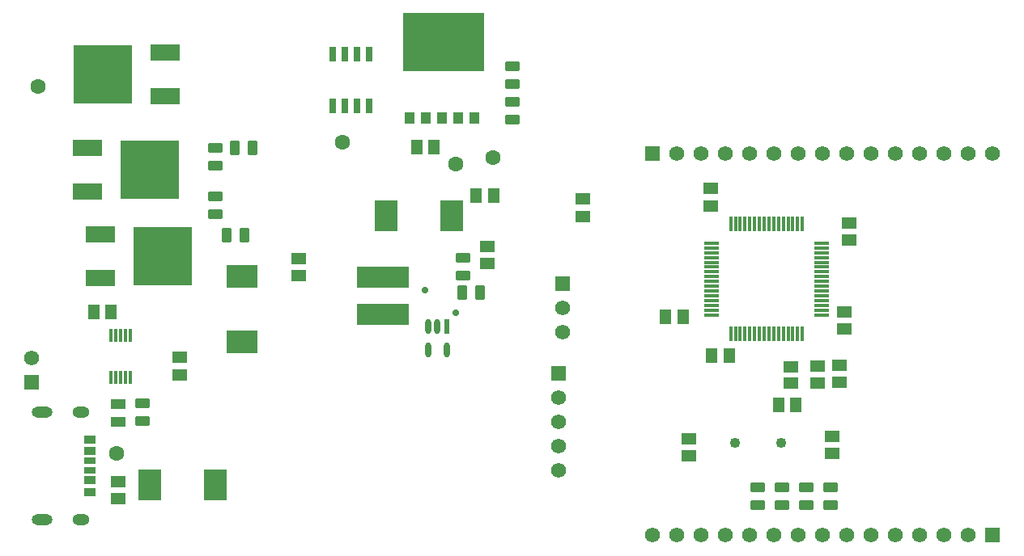
<source format=gts>
G04*
G04 #@! TF.GenerationSoftware,Altium Limited,Altium Designer,22.0.2 (36)*
G04*
G04 Layer_Color=8388736*
%FSLAX25Y25*%
%MOIN*%
G70*
G04*
G04 #@! TF.SameCoordinates,42502384-103D-4A38-82C6-637D6536F92D*
G04*
G04*
G04 #@! TF.FilePolarity,Negative*
G04*
G01*
G75*
%ADD22R,0.02410X0.06062*%
G04:AMPARAMS|DCode=23|XSize=60.62mil|YSize=24.1mil|CornerRadius=12.05mil|HoleSize=0mil|Usage=FLASHONLY|Rotation=270.000|XOffset=0mil|YOffset=0mil|HoleType=Round|Shape=RoundedRectangle|*
%AMROUNDEDRECTD23*
21,1,0.06062,0.00000,0,0,270.0*
21,1,0.03652,0.02410,0,0,270.0*
1,1,0.02410,0.00000,-0.01826*
1,1,0.02410,0.00000,0.01826*
1,1,0.02410,0.00000,0.01826*
1,1,0.02410,0.00000,-0.01826*
%
%ADD23ROUNDEDRECTD23*%
%ADD30R,0.21700X0.08500*%
%ADD37C,0.06299*%
%ADD38R,0.05024X0.03055*%
%ADD39R,0.05024X0.03291*%
%ADD40R,0.05024X0.03449*%
%ADD41R,0.33268X0.24000*%
%ADD42R,0.03937X0.04724*%
%ADD43R,0.06106X0.01480*%
%ADD44R,0.01480X0.06106*%
%ADD45R,0.06008X0.04827*%
G04:AMPARAMS|DCode=46|XSize=42.36mil|YSize=58.9mil|CornerRadius=6.42mil|HoleSize=0mil|Usage=FLASHONLY|Rotation=90.000|XOffset=0mil|YOffset=0mil|HoleType=Round|Shape=RoundedRectangle|*
%AMROUNDEDRECTD46*
21,1,0.04236,0.04606,0,0,90.0*
21,1,0.02953,0.05890,0,0,90.0*
1,1,0.01284,0.02303,0.01476*
1,1,0.01284,0.02303,-0.01476*
1,1,0.01284,-0.02303,-0.01476*
1,1,0.01284,-0.02303,0.01476*
%
%ADD46ROUNDEDRECTD46*%
G04:AMPARAMS|DCode=47|XSize=42.36mil|YSize=58.9mil|CornerRadius=6.42mil|HoleSize=0mil|Usage=FLASHONLY|Rotation=0.000|XOffset=0mil|YOffset=0mil|HoleType=Round|Shape=RoundedRectangle|*
%AMROUNDEDRECTD47*
21,1,0.04236,0.04606,0,0,0.0*
21,1,0.02953,0.05890,0,0,0.0*
1,1,0.01284,0.01476,-0.02303*
1,1,0.01284,-0.01476,-0.02303*
1,1,0.01284,-0.01476,0.02303*
1,1,0.01284,0.01476,0.02303*
%
%ADD47ROUNDEDRECTD47*%
%ADD48R,0.12110X0.06598*%
%ADD49R,0.23921X0.23921*%
%ADD50R,0.01480X0.05811*%
%ADD51R,0.09315X0.12583*%
%ADD52R,0.06402X0.04039*%
%ADD53R,0.12583X0.09315*%
%ADD54R,0.04827X0.06008*%
%ADD55R,0.03055X0.06303*%
%ADD56R,0.06087X0.05024*%
%ADD57O,0.06992X0.04630*%
%ADD58O,0.08567X0.04630*%
%ADD59R,0.06205X0.06205*%
%ADD60C,0.06205*%
%ADD61R,0.06205X0.06205*%
%ADD62C,0.04264*%
%ADD63C,0.02799*%
D22*
X178240Y98785D02*
D03*
D23*
X174500D02*
D03*
X170760D02*
D03*
Y89215D02*
D03*
X178240D02*
D03*
D30*
X152000Y103900D02*
D03*
Y119100D02*
D03*
D37*
X10000Y198000D02*
D03*
X135500Y175000D02*
D03*
X182000Y166000D02*
D03*
X197500Y168500D02*
D03*
X42500Y46500D02*
D03*
D38*
X31330Y39531D02*
D03*
Y43468D02*
D03*
D39*
Y35516D02*
D03*
Y47484D02*
D03*
D40*
Y30673D02*
D03*
Y52327D02*
D03*
D41*
X176886Y216339D02*
D03*
D42*
X169693Y185000D02*
D03*
X176386D02*
D03*
X183079D02*
D03*
X189772D02*
D03*
X163000D02*
D03*
D43*
X287409Y103736D02*
D03*
Y105705D02*
D03*
Y107673D02*
D03*
Y109642D02*
D03*
Y111610D02*
D03*
Y113579D02*
D03*
Y115547D02*
D03*
Y117516D02*
D03*
Y119484D02*
D03*
Y121453D02*
D03*
Y123421D02*
D03*
Y125390D02*
D03*
Y127358D02*
D03*
Y129327D02*
D03*
Y131295D02*
D03*
Y133264D02*
D03*
X332591D02*
D03*
Y131295D02*
D03*
Y129327D02*
D03*
Y127358D02*
D03*
Y125390D02*
D03*
Y123421D02*
D03*
Y121453D02*
D03*
Y119484D02*
D03*
Y117516D02*
D03*
Y115547D02*
D03*
Y113579D02*
D03*
Y111610D02*
D03*
Y109642D02*
D03*
Y107673D02*
D03*
Y105705D02*
D03*
Y103736D02*
D03*
D44*
X295236Y141091D02*
D03*
X297205D02*
D03*
X299173D02*
D03*
X301142D02*
D03*
X303110D02*
D03*
X305079D02*
D03*
X307047D02*
D03*
X309016D02*
D03*
X310984D02*
D03*
X312953D02*
D03*
X314921D02*
D03*
X316890D02*
D03*
X318858D02*
D03*
X320827D02*
D03*
X322795D02*
D03*
X324764D02*
D03*
Y95910D02*
D03*
X322795D02*
D03*
X320827D02*
D03*
X318858D02*
D03*
X316890D02*
D03*
X314921D02*
D03*
X312953D02*
D03*
X310984D02*
D03*
X309016D02*
D03*
X307047D02*
D03*
X305079D02*
D03*
X303110D02*
D03*
X301142D02*
D03*
X299173D02*
D03*
X297205D02*
D03*
X295236D02*
D03*
D45*
X342000Y97957D02*
D03*
Y105043D02*
D03*
X117500Y127043D02*
D03*
Y119957D02*
D03*
X195000Y132043D02*
D03*
Y124957D02*
D03*
X68500Y86087D02*
D03*
Y79000D02*
D03*
X43000Y35043D02*
D03*
Y27957D02*
D03*
X331000Y82543D02*
D03*
Y75457D02*
D03*
X340000Y83043D02*
D03*
Y75957D02*
D03*
X234500Y151500D02*
D03*
Y144413D02*
D03*
X287000Y155826D02*
D03*
Y148740D02*
D03*
X344000Y134500D02*
D03*
Y141587D02*
D03*
X278000Y45457D02*
D03*
Y52543D02*
D03*
X337000Y53543D02*
D03*
Y46457D02*
D03*
D46*
X316500Y25319D02*
D03*
Y32681D02*
D03*
X326500Y25319D02*
D03*
Y32681D02*
D03*
X336500Y25319D02*
D03*
Y32681D02*
D03*
X306500Y25319D02*
D03*
Y32681D02*
D03*
X205500Y199000D02*
D03*
Y206362D02*
D03*
Y184319D02*
D03*
Y191681D02*
D03*
X185000Y127181D02*
D03*
Y119819D02*
D03*
X83000Y172681D02*
D03*
Y165319D02*
D03*
X53000Y59819D02*
D03*
Y67181D02*
D03*
X83000Y145319D02*
D03*
Y152681D02*
D03*
D47*
X95181Y136500D02*
D03*
X87819D02*
D03*
X184819Y113000D02*
D03*
X192181D02*
D03*
X98362Y172500D02*
D03*
X91000D02*
D03*
D48*
X62232Y193945D02*
D03*
Y212055D02*
D03*
X30268Y172555D02*
D03*
Y154445D02*
D03*
X35768Y137055D02*
D03*
Y118945D02*
D03*
D49*
X36642Y203000D02*
D03*
X55858Y163500D02*
D03*
X61358Y128000D02*
D03*
D50*
X40000Y95323D02*
D03*
X41969D02*
D03*
X43937D02*
D03*
X45906D02*
D03*
X47874D02*
D03*
Y78000D02*
D03*
X45906D02*
D03*
X43937D02*
D03*
X41969D02*
D03*
X40000D02*
D03*
D51*
X153496Y144500D02*
D03*
X180504D02*
D03*
X55996Y33500D02*
D03*
X83004D02*
D03*
D52*
X43000Y67000D02*
D03*
Y59520D02*
D03*
D53*
X94000Y119504D02*
D03*
Y92496D02*
D03*
D54*
X190457Y153000D02*
D03*
X197543D02*
D03*
X173087Y173000D02*
D03*
X166000D02*
D03*
X32913Y105000D02*
D03*
X40000D02*
D03*
X294543Y87000D02*
D03*
X287457D02*
D03*
X275543Y103000D02*
D03*
X268457D02*
D03*
X314957Y66500D02*
D03*
X322043D02*
D03*
D55*
X131500Y189823D02*
D03*
X136500D02*
D03*
X141500D02*
D03*
X146500D02*
D03*
Y211177D02*
D03*
X141500D02*
D03*
X136500D02*
D03*
X131500D02*
D03*
D56*
X320000Y75614D02*
D03*
Y82386D02*
D03*
D57*
X27590Y19374D02*
D03*
Y63626D02*
D03*
D58*
X11841Y19374D02*
D03*
Y63626D02*
D03*
D59*
X224500Y79500D02*
D03*
X226000Y116500D02*
D03*
X7500Y76000D02*
D03*
D60*
X224500Y69500D02*
D03*
Y59500D02*
D03*
Y49500D02*
D03*
Y39500D02*
D03*
X226000Y96500D02*
D03*
Y106500D02*
D03*
X7500Y86000D02*
D03*
X402937Y170303D02*
D03*
X392937D02*
D03*
X382937D02*
D03*
X372937D02*
D03*
X362937D02*
D03*
X352937D02*
D03*
X342937D02*
D03*
X332937D02*
D03*
X322937D02*
D03*
X312937D02*
D03*
X302937D02*
D03*
X292937D02*
D03*
X282937D02*
D03*
X272937D02*
D03*
X262937Y12823D02*
D03*
X272937D02*
D03*
X282937D02*
D03*
X292937D02*
D03*
X302937D02*
D03*
X312937D02*
D03*
X322937D02*
D03*
X332937D02*
D03*
X342937D02*
D03*
X352937D02*
D03*
X362937D02*
D03*
X372937D02*
D03*
X382937D02*
D03*
X392937D02*
D03*
D61*
X262937Y170303D02*
D03*
X402937Y12823D02*
D03*
D62*
X296894Y51000D02*
D03*
X316106D02*
D03*
D63*
X182000Y104500D02*
D03*
X169500Y114000D02*
D03*
M02*

</source>
